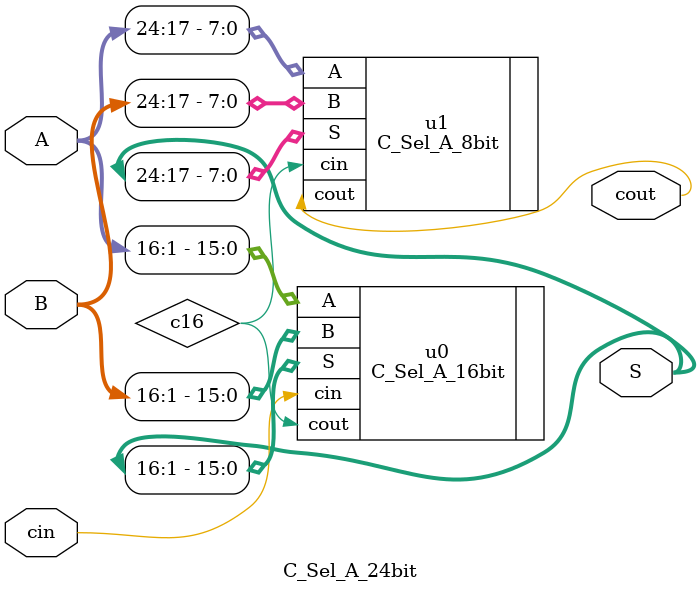
<source format=v>
module C_Sel_A_24bit #(
    parameter width=24
)(
    input wire [width:1] A,
    input wire [width:1] B,
    input wire cin,
    output wire [width:1] S,
    output wire cout
);

    wire c16;

    C_Sel_A_16bit #(.width(16)) u0 (
        .A(A[16:1]),
        .B(B[16:1]),
        .cin(cin),
        .S(S[16:1]),
        .cout(c16)
    );
    C_Sel_A_8bit #(.width(8)) u1 (
        .A(A[24:17]),
        .B(B[24:17]),
        .cin(c16),
        .S(S[24:17]),
        .cout(cout)
    );

endmodule

</source>
